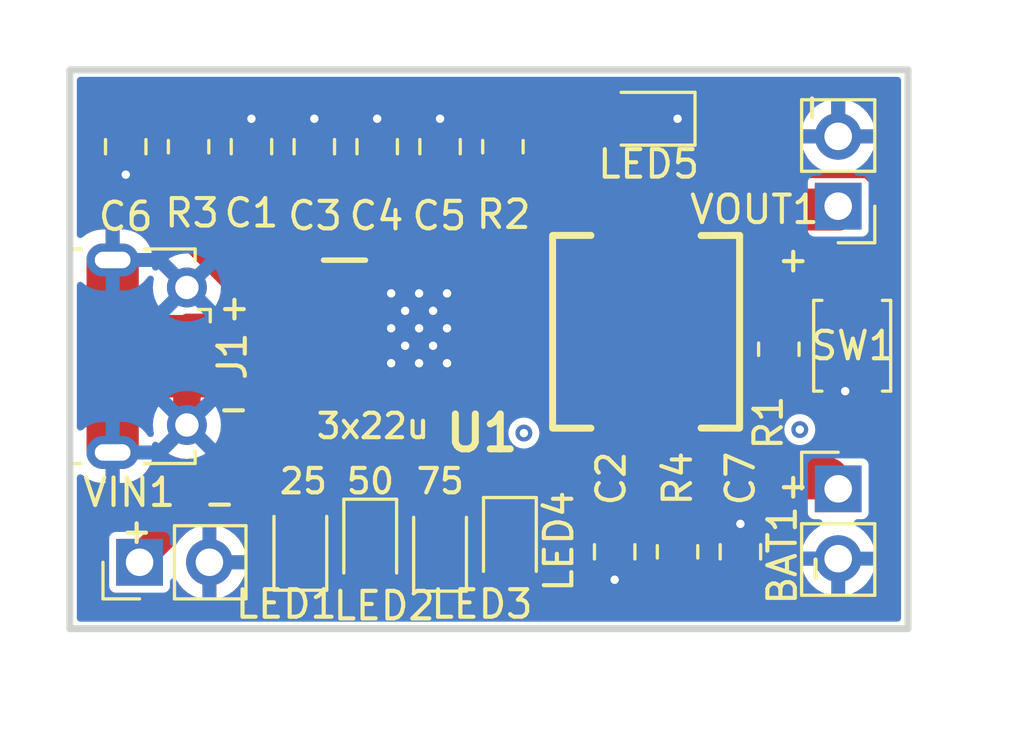
<source format=kicad_pcb>
(kicad_pcb (version 20211014) (generator pcbnew)
  (layers (0 "F.Cu" signal) (31 "B.Cu" signal) (34 "B.Paste" user) (35 "F.Paste" user) (36 "B.SilkS" user "B.Silkscreen") (37 "F.SilkS" user "F.Silkscreen") (38 "B.Mask" user) (39 "F.Mask" user) (44 "Edge.Cuts" user))
  (net 0 "")
  (net 1 "Bat")
  (net 2 "GND")
  (net 3 "VIN")
  (net 4 "VOUT")
  (net 5 "Net-(R3-Pad2)")
  (net 6 "Net-(R4-Pad2)")
  (net 7 "Net-(R1-Pad2)")
  (net 8 "Net-(L1-Pad1)")
  (net 9 "/L3")
  (net 10 "/L1")
  (net 11 "/L2")
  (net 12 "Net-(LED5-Pad2)")
  (net 13 "Net-(R2-Pad1)")
  (footprint "Resistor_SMD:R_0805_2012Metric" (layer "F.Cu") (at 20.701 18.669 90)
    (fp_text reference "R3" (at -2.413 0.127 180) (layer "F.SilkS"))
    (fp_text value "2R")
    (fp_line (start -0.227064 0.735) (end 0.227064 0.735) (layer "F.SilkS") (width 0.12))
    (fp_line (start -0.227064 -0.735) (end 0.227064 -0.735) (layer "F.SilkS") (width 0.12))
    (pad "1" smd roundrect locked (at -0.9125 0 90) (size 1.025 1.4) (layers "F.Cu" "F.Paste" "F.Mask") (roundrect_rratio 0.243902) (net 3 "VIN"))
    (pad "2" smd roundrect locked (at 0.9125 0 90) (size 1.025 1.4) (layers "F.Cu" "F.Paste" "F.Mask") (roundrect_rratio 0.243902) (net 5 "Net-(R3-Pad2)"))
  )
  (footprint "Capacitor_SMD:C_0805_2012Metric" (layer "F.Cu") (at 22.987 18.669 90)
    (fp_text reference "C1" (at -2.413 0 180) (layer "F.SilkS"))
    (fp_text value "10uF")
    (fp_line (start -0.261252 0.735) (end 0.261252 0.735) (layer "F.SilkS") (width 0.12))
    (fp_line (start -0.261252 -0.735) (end 0.261252 -0.735) (layer "F.SilkS") (width 0.12))
    (pad "1" smd roundrect locked (at -0.95 0 90) (size 1 1.45) (layers "F.Cu" "F.Paste" "F.Mask") (net 3 "VIN"))
    (pad "2" smd roundrect locked (at 0.95 0 90) (size 1 1.45) (layers "F.Cu" "F.Paste" "F.Mask") (net 2 "GND"))
  )
  (footprint "easyeda:IND-706628_IND_0630_VAN" (layer "F.Cu") (at 37.338 25.4 -90)
    (fp_text reference "L1" hide)
    (fp_text value "1uH")
    (fp_line (start 3.5 -3.4) (end -3.5 -3.4) (layer "F.SilkS") (width 0.254))
    (fp_line (start 3.505 -3.378) (end 3.5 -1.999) (layer "F.SilkS") (width 0.254))
    (fp_line (start -3.5 3.4) (end 3.5 3.4) (layer "F.SilkS") (width 0.254))
    (fp_line (start 3.505 3.378) (end 3.505 2.007) (layer "F.SilkS") (width 0.254))
    (fp_line (start -3.505 -3.404) (end -3.5 -1.999) (layer "F.SilkS") (width 0.254))
    (fp_line (start -3.505 3.378) (end -3.505 2.007) (layer "F.SilkS") (width 0.254))
    (pad "1" smd rect locked (at -3 0) (size 3.5 2.6) (layers "F.Cu" "F.Paste" "F.Mask") (net 8 "Net-(L1-Pad1)"))
    (pad "2" smd rect locked (at 3 0) (size 3.5 2.6) (layers "F.Cu" "F.Paste" "F.Mask") (net 1 "Bat"))
  )
  (footprint "Diode_SMD:D_0805_2012Metric" (layer "F.Cu") (at 32.385 33.113 -90)
    (fp_text reference "LED4" (at -0.093 -1.778 90) (layer "F.SilkS"))
    (fp_text value "LED")
    (fp_line (start 1 -0.96) (end -1.685 -0.96) (layer "F.SilkS") (width 0.12))
    (fp_line (start -1.685 -0.96) (end -1.685 0.96) (layer "F.SilkS") (width 0.12))
    (fp_line (start -1.685 0.96) (end 1 0.96) (layer "F.SilkS") (width 0.12))
    (pad "1" smd roundrect locked (at -0.9375 0 270) (size 0.975 1.4) (layers "F.Cu" "F.Paste" "F.Mask") (net 11 "/L2"))
    (pad "2" smd roundrect locked (at 0.9375 0 270) (size 0.975 1.4) (layers "F.Cu" "F.Paste" "F.Mask") (net 9 "/L3"))
  )
  (footprint "Connector_USB:USB_Micro-B_Molex-105017-0001" (layer "F.Cu") (at 19.177 26.289 -90)
    (fp_text reference "J1" (at 0 -3.1125 90) (layer "F.SilkS"))
    (fp_text value "USB_B_Micro")
    (fp_line (start 3.9 0.0875) (end 3.9 -1.7625) (layer "F.SilkS") (width 0.12))
    (fp_line (start 3.9 2.6375) (end 3.9 2.3875) (layer "F.SilkS") (width 0.12))
    (fp_line (start 3.9 -1.7625) (end 3.45 -1.7625) (layer "F.SilkS") (width 0.12))
    (fp_line (start -3.9 2.6375) (end -3.9 2.3875) (layer "F.SilkS") (width 0.12))
    (fp_line (start -1.7 -2.3125) (end -1.7 -1.8625) (layer "F.SilkS") (width 0.12))
    (fp_line (start -1.7 -2.3125) (end -1.25 -2.3125) (layer "F.SilkS") (width 0.12))
    (fp_line (start -3.9 0.0875) (end -3.9 -1.7625) (layer "F.SilkS") (width 0.12))
    (fp_line (start -3.9 -1.7625) (end -3.45 -1.7625) (layer "F.SilkS") (width 0.12))
    (pad "1" smd rect locked (at -1.3 -1.4625 270) (size 0.4 1.35) (layers "F.Cu" "F.Paste" "F.Mask") (net 3 "VIN"))
    (pad "2" smd rect locked (at -0.65 -1.4625 270) (size 0.4 1.35) (layers "F.Cu" "F.Paste" "F.Mask"))
    (pad "3" smd rect locked (at 0 -1.4625 270) (size 0.4 1.35) (layers "F.Cu" "F.Paste" "F.Mask"))
    (pad "4" smd rect locked (at 0.65 -1.4625 270) (size 0.4 1.35) (layers "F.Cu" "F.Paste" "F.Mask"))
    (pad "5" smd rect locked (at 1.3 -1.4625 270) (size 0.4 1.35) (layers "F.Cu" "F.Paste" "F.Mask") (net 2 "GND"))
    (pad "6" thru_hole circle locked (at 2.5 -1.4625 270) (size 1.45 1.45) (drill 0.85) (layers *.Cu *.Mask) (net 2 "GND"))
    (pad "6" thru_hole circle locked (at -2.5 -1.4625 270) (size 1.45 1.45) (drill 0.85) (layers *.Cu *.Mask) (net 2 "GND"))
    (pad "6" smd rect locked (at -2.9 1.2375 270) (size 1.2 1.9) (layers "F.Cu" "F.Mask") (net 2 "GND"))
    (pad "6" smd rect locked (at 1 1.2375 270) (size 1.5 1.9) (layers "F.Cu" "F.Paste" "F.Mask") (net 2 "GND"))
    (pad "6" smd rect locked (at -1 1.2375 270) (size 1.5 1.9) (layers "F.Cu" "F.Paste" "F.Mask") (net 2 "GND"))
    (pad "6" smd rect locked (at 2.9 1.2375 270) (size 1.2 1.9) (layers "F.Cu" "F.Mask") (net 2 "GND"))
    (pad "6" thru_hole oval locked (at 3.5 1.2375 270) (size 1.2 1.9) (drill oval 0.6 1.3) (layers *.Cu *.Mask) (net 2 "GND"))
    (pad "6" thru_hole oval locked (at -3.5 1.2375 90) (size 1.2 1.9) (drill oval 0.6 1.3) (layers *.Cu *.Mask) (net 2 "GND"))
  )
  (footprint "Diode_SMD:D_0805_2012Metric" (layer "F.Cu") (at 24.765 33.113 90)
    (fp_text reference "LED1" (at -2.193 -0.508 180) (layer "F.SilkS"))
    (fp_text value "LED")
    (fp_line (start -1.685 0.96) (end 1 0.96) (layer "F.SilkS") (width 0.12))
    (fp_line (start -1.685 -0.96) (end -1.685 0.96) (layer "F.SilkS") (width 0.12))
    (fp_line (start 1 -0.96) (end -1.685 -0.96) (layer "F.SilkS") (width 0.12))
    (pad "1" smd roundrect locked (at -0.9375 0 90) (size 0.975 1.4) (layers "F.Cu" "F.Paste" "F.Mask") (net 9 "/L3"))
    (pad "2" smd roundrect locked (at 0.9375 0 90) (size 0.975 1.4) (layers "F.Cu" "F.Paste" "F.Mask") (net 10 "/L1"))
  )
  (footprint "Resistor_SMD:R_0805_2012Metric" (layer "F.Cu") (at 38.481 33.401 -90)
    (fp_text reference "R4" (at -2.667 0 -90) (layer "F.SilkS"))
    (fp_text value "2R")
    (fp_line (start -0.227064 -0.735) (end 0.227064 -0.735) (layer "F.SilkS") (width 0.12))
    (fp_line (start -0.227064 0.735) (end 0.227064 0.735) (layer "F.SilkS") (width 0.12))
    (pad "1" smd roundrect locked (at -0.9125 0 270) (size 1.025 1.4) (layers "F.Cu" "F.Paste" "F.Mask") (roundrect_rratio 0.243902) (net 1 "Bat"))
    (pad "2" smd roundrect locked (at 0.9125 0 270) (size 1.025 1.4) (layers "F.Cu" "F.Paste" "F.Mask") (roundrect_rratio 0.243902) (net 6 "Net-(R4-Pad2)"))
  )
  (footprint "Diode_SMD:D_0805_2012Metric" (layer "F.Cu") (at 27.305 33.1724 -90)
    (fp_text reference "LED2" (at 2.193 -0.508) (layer "F.SilkS"))
    (fp_text value "LED")
    (fp_line (start -1.685 0.96) (end 1 0.96) (layer "F.SilkS") (width 0.12))
    (fp_line (start 1 -0.96) (end -1.685 -0.96) (layer "F.SilkS") (width 0.12))
    (fp_line (start -1.685 -0.96) (end -1.685 0.96) (layer "F.SilkS") (width 0.12))
    (pad "1" smd roundrect locked (at -0.9375 0 270) (size 0.975 1.4) (layers "F.Cu" "F.Paste" "F.Mask") (net 10 "/L1"))
    (pad "2" smd roundrect locked (at 0.9375 0 270) (size 0.975 1.4) (layers "F.Cu" "F.Paste" "F.Mask") (net 9 "/L3"))
  )
  (footprint "Resistor_SMD:R_0805_2012Metric" (layer "F.Cu") (at 32.131 18.669 90)
    (fp_text reference "R2" (at -2.4638 0.0254) (layer "F.SilkS"))
    (fp_text value "20R")
    (fp_line (start -0.227064 -0.735) (end 0.227064 -0.735) (layer "F.SilkS") (width 0.12))
    (fp_line (start -0.227064 0.735) (end 0.227064 0.735) (layer "F.SilkS") (width 0.12))
    (pad "1" smd roundrect locked (at -0.9125 0 90) (size 1.025 1.4) (layers "F.Cu" "F.Paste" "F.Mask") (roundrect_rratio 0.243902) (net 13 "Net-(R2-Pad1)"))
    (pad "2" smd roundrect locked (at 0.9125 0 90) (size 1.025 1.4) (layers "F.Cu" "F.Paste" "F.Mask") (roundrect_rratio 0.243902) (net 12 "Net-(LED5-Pad2)"))
  )
  (footprint "Capacitor_SMD:C_0805_2012Metric" (layer "F.Cu") (at 25.273 18.669 90)
    (fp_text reference "C3" (at -2.5146 0.0254 180) (layer "F.SilkS"))
    (fp_text value "22uF")
    (fp_line (start -0.261252 0.735) (end 0.261252 0.735) (layer "F.SilkS") (width 0.12))
    (fp_line (start -0.261252 -0.735) (end 0.261252 -0.735) (layer "F.SilkS") (width 0.12))
    (pad "1" smd roundrect locked (at -0.95 0 90) (size 1 1.45) (layers "F.Cu" "F.Paste" "F.Mask") (net 4 "VOUT"))
    (pad "2" smd roundrect locked (at 0.95 0 90) (size 1 1.45) (layers "F.Cu" "F.Paste" "F.Mask") (net 2 "GND"))
  )
  (footprint "Capacitor_SMD:C_0805_2012Metric" (layer "F.Cu") (at 18.415 18.669 -90)
    (fp_text reference "C6" (at 2.54 0) (layer "F.SilkS"))
    (fp_text value "10uF")
    (fp_line (start -0.261252 0.735) (end 0.261252 0.735) (layer "F.SilkS") (width 0.12))
    (fp_line (start -0.261252 -0.735) (end 0.261252 -0.735) (layer "F.SilkS") (width 0.12))
    (pad "1" smd roundrect locked (at -0.95 0 270) (size 1 1.45) (layers "F.Cu" "F.Paste" "F.Mask") (net 5 "Net-(R3-Pad2)"))
    (pad "2" smd roundrect locked (at 0.95 0 270) (size 1 1.45) (layers "F.Cu" "F.Paste" "F.Mask") (net 2 "GND"))
  )
  (footprint "Connector_PinHeader_2.54mm:PinHeader_1x02_P2.54mm_Vertical" (layer "F.Cu") (at 18.918 33.782 90)
    (fp_text reference "VIN1" (at 2.54 -0.376) (layer "F.SilkS"))
    (fp_text value "Conn_01x02_Male")
    (fp_line (start 1.33 1.27) (end 1.33 3.87) (layer "F.SilkS") (width 0.12))
    (fp_line (start -1.33 3.87) (end 1.33 3.87) (layer "F.SilkS") (width 0.12))
    (fp_line (start -1.33 1.27) (end -1.33 3.87) (layer "F.SilkS") (width 0.12))
    (fp_line (start -1.33 0) (end -1.33 -1.33) (layer "F.SilkS") (width 0.12))
    (fp_line (start -1.33 1.27) (end 1.33 1.27) (layer "F.SilkS") (width 0.12))
    (fp_line (start -1.33 -1.33) (end 0 -1.33) (layer "F.SilkS") (width 0.12))
    (pad "1" thru_hole rect locked (at 0 0 90) (size 1.7 1.7) (drill 1) (layers *.Cu *.Mask) (net 3 "VIN"))
    (pad "2" thru_hole oval locked (at 0 2.54 90) (size 1.7 1.7) (drill 1) (layers *.Cu *.Mask) (net 2 "GND"))
  )
  (footprint "Diode_SMD:D_0805_2012Metric" (layer "F.Cu") (at 37.431 17.653 180)
    (fp_text reference "LED5" (at 0 -1.65 180) (layer "F.SilkS"))
    (fp_text value "LED")
    (fp_line (start 1 -0.96) (end -1.685 -0.96) (layer "F.SilkS") (width 0.12))
    (fp_line (start -1.685 -0.96) (end -1.685 0.96) (layer "F.SilkS") (width 0.12))
    (fp_line (start -1.685 0.96) (end 1 0.96) (layer "F.SilkS") (width 0.12))
    (pad "1" smd roundrect locked (at -0.9375 0 180) (size 0.975 1.4) (layers "F.Cu" "F.Paste" "F.Mask") (net 2 "GND"))
    (pad "2" smd roundrect locked (at 0.9375 0 180) (size 0.975 1.4) (layers "F.Cu" "F.Paste" "F.Mask") (net 12 "Net-(LED5-Pad2)"))
  )
  (footprint "Button_Switch_SMD:SW_SPST_B3U-1000P" (layer "F.Cu") (at 44.831 25.908 -90)
    (fp_text reference "SW1" (at 0 -0.0254 180) (layer "F.SilkS"))
    (fp_text value "SW_SPST")
    (fp_line (start -1.65 -1.4) (end 1.65 -1.4) (layer "F.SilkS") (width 0.12))
    (fp_line (start 1.65 1.4) (end 1.65 1.1) (layer "F.SilkS") (width 0.12))
    (fp_line (start -1.65 -1.1) (end -1.65 -1.4) (layer "F.SilkS") (width 0.12))
    (fp_line (start -1.65 1.1) (end -1.65 1.4) (layer "F.SilkS") (width 0.12))
    (fp_line (start 1.65 -1.4) (end 1.65 -1.1) (layer "F.SilkS") (width 0.12))
    (fp_line (start -1.65 1.4) (end 1.65 1.4) (layer "F.SilkS") (width 0.12))
    (pad "1" smd rect locked (at -1.7 0 270) (size 0.9 1.7) (layers "F.Cu" "F.Paste" "F.Mask") (net 7 "Net-(R1-Pad2)"))
    (pad "2" smd rect locked (at 1.7 0 270) (size 0.9 1.7) (layers "F.Cu" "F.Paste" "F.Mask") (net 2 "GND"))
  )
  (footprint "Resistor_SMD:R_0805_2012Metric" (layer "F.Cu") (at 42.164 26.035 90)
    (fp_text reference "R1" (at -2.667 -0.381 90) (layer "F.SilkS"))
    (fp_text value "10k")
    (fp_line (start -0.227064 -0.735) (end 0.227064 -0.735) (layer "F.SilkS") (width 0.12))
    (fp_line (start -0.227064 0.735) (end 0.227064 0.735) (layer "F.SilkS") (width 0.12))
    (pad "1" smd roundrect locked (at -0.9125 0 90) (size 1.025 1.4) (layers "F.Cu" "F.Paste" "F.Mask") (roundrect_rratio 0.243902) (net 13 "Net-(R2-Pad1)"))
    (pad "2" smd roundrect locked (at 0.9125 0 90) (size 1.025 1.4) (layers "F.Cu" "F.Paste" "F.Mask") (roundrect_rratio 0.243902) (net 7 "Net-(R1-Pad2)"))
  )
  (footprint "Connector_PinHeader_2.54mm:PinHeader_1x02_P2.54mm_Vertical" (layer "F.Cu") (at 44.323 20.833 180)
    (fp_text reference "VOUT1" (at 3.048 -0.122 180) (layer "F.SilkS"))
    (fp_text value "Conn_01x02_Male")
    (fp_line (start -1.33 0) (end -1.33 -1.33) (layer "F.SilkS") (width 0.12))
    (fp_line (start -1.33 1.27) (end -1.33 3.87) (layer "F.SilkS") (width 0.12))
    (fp_line (start -1.33 -1.33) (end 0 -1.33) (layer "F.SilkS") (width 0.12))
    (fp_line (start -1.33 1.27) (end 1.33 1.27) (layer "F.SilkS") (width 0.12))
    (fp_line (start -1.33 3.87) (end 1.33 3.87) (layer "F.SilkS") (width 0.12))
    (fp_line (start 1.33 1.27) (end 1.33 3.87) (layer "F.SilkS") (width 0.12))
    (pad "1" thru_hole rect locked (at 0 0 180) (size 1.7 1.7) (drill 1) (layers *.Cu *.Mask) (net 4 "VOUT"))
    (pad "2" thru_hole oval locked (at 0 2.54 180) (size 1.7 1.7) (drill 1) (layers *.Cu *.Mask) (net 2 "GND"))
  )
  (footprint "Capacitor_SMD:C_0805_2012Metric" (layer "F.Cu") (at 27.559 18.669 90)
    (fp_text reference "C4" (at -2.5146 -0.0254 180) (layer "F.SilkS"))
    (fp_text value "22uF")
    (fp_line (start -0.261252 0.735) (end 0.261252 0.735) (layer "F.SilkS") (width 0.12))
    (fp_line (start -0.261252 -0.735) (end 0.261252 -0.735) (layer "F.SilkS") (width 0.12))
    (pad "1" smd roundrect locked (at -0.95 0 90) (size 1 1.45) (layers "F.Cu" "F.Paste" "F.Mask") (net 4 "VOUT"))
    (pad "2" smd roundrect locked (at 0.95 0 90) (size 1 1.45) (layers "F.Cu" "F.Paste" "F.Mask") (net 2 "GND"))
  )
  (footprint "Capacitor_SMD:C_0805_2012Metric" (layer "F.Cu") (at 40.767 33.401 90)
    (fp_text reference "C7" (at 2.667 0 90) (layer "F.SilkS"))
    (fp_text value "10uF")
    (fp_line (start -0.261252 -0.735) (end 0.261252 -0.735) (layer "F.SilkS") (width 0.12))
    (fp_line (start -0.261252 0.735) (end 0.261252 0.735) (layer "F.SilkS") (width 0.12))
    (pad "1" smd roundrect locked (at -0.95 0 90) (size 1 1.45) (layers "F.Cu" "F.Paste" "F.Mask") (net 6 "Net-(R4-Pad2)"))
    (pad "2" smd roundrect locked (at 0.95 0 90) (size 1 1.45) (layers "F.Cu" "F.Paste" "F.Mask") (net 2 "GND"))
  )
  (footprint "Capacitor_SMD:C_0805_2012Metric" (layer "F.Cu") (at 29.845 18.669 90)
    (fp_text reference "C5" (at -2.5146 -0.0254 180) (layer "F.SilkS"))
    (fp_text value "22uF")
    (fp_line (start -0.261252 0.735) (end 0.261252 0.735) (layer "F.SilkS") (width 0.12))
    (fp_line (start -0.261252 -0.735) (end 0.261252 -0.735) (layer "F.SilkS") (width 0.12))
    (pad "1" smd roundrect locked (at -0.95 0 90) (size 1 1.45) (layers "F.Cu" "F.Paste" "F.Mask") (net 4 "VOUT"))
    (pad "2" smd roundrect locked (at 0.95 0 90) (size 1 1.45) (layers "F.Cu" "F.Paste" "F.Mask") (net 2 "GND"))
  )
  (footprint "Connector_PinHeader_2.54mm:PinHeader_1x02_P2.54mm_Vertical" (layer "F.Cu") (at 44.323 31.11)
    (fp_text reference "BAT1" (at -2.032 2.418 90) (layer "F.SilkS"))
    (fp_text value "Conn_01x02_Male")
    (fp_line (start 1.33 1.27) (end 1.33 3.87) (layer "F.SilkS") (width 0.12))
    (fp_line (start -1.33 3.87) (end 1.33 3.87) (layer "F.SilkS") (width 0.12))
    (fp_line (start -1.33 0) (end -1.33 -1.33) (layer "F.SilkS") (width 0.12))
    (fp_line (start -1.33 1.27) (end -1.33 3.87) (layer "F.SilkS") (width 0.12))
    (fp_line (start -1.33 -1.33) (end 0 -1.33) (layer "F.SilkS") (width 0.12))
    (fp_line (start -1.33 1.27) (end 1.33 1.27) (layer "F.SilkS") (width 0.12))
    (pad "1" thru_hole rect locked (at 0 0) (size 1.7 1.7) (drill 1) (layers *.Cu *.Mask) (net 1 "Bat"))
    (pad "2" thru_hole oval locked (at 0 2.54) (size 1.7 1.7) (drill 1) (layers *.Cu *.Mask) (net 2 "GND"))
  )
  (footprint "Capacitor_SMD:C_0805_2012Metric" (layer "F.Cu") (at 36.195 33.401 -90)
    (fp_text reference "C2" (at -2.667 0.127 -90) (layer "F.SilkS"))
    (fp_text value "10uF")
    (fp_line (start -0.261252 -0.735) (end 0.261252 -0.735) (layer "F.SilkS") (width 0.12))
    (fp_line (start -0.261252 0.735) (end 0.261252 0.735) (layer "F.SilkS") (width 0.12))
    (pad "1" smd roundrect locked (at -0.95 0 270) (size 1 1.45) (layers "F.Cu" "F.Paste" "F.Mask") (net 1 "Bat"))
    (pad "2" smd roundrect locked (at 0.95 0 270) (size 1 1.45) (layers "F.Cu" "F.Paste" "F.Mask") (net 2 "GND"))
  )
  (footprint "SamacSys_Parts:SOIC127P600X165-9N" (layer "F.Cu") (at 29.083 25.4)
    (fp_text reference "U1" (at 2.286 3.683) (layer "F.SilkS") (effects (font (size 1.27 1.27) (thickness 0.254))))
    (fp_text value "IP5306" hide)
    (fp_line (start -3.475 -2.605) (end -1.95 -2.605) (layer "F.SilkS") (width 0.2))
    (pad "1" smd rect locked (at -2.712 -1.905 90) (size 0.7 1.525) (layers "F.Cu" "F.Paste" "F.Mask") (net 3 "VIN"))
    (pad "2" smd rect locked (at -2.712 -0.635 90) (size 0.7 1.525) (layers "F.Cu" "F.Paste" "F.Mask") (net 10 "/L1"))
    (pad "3" smd rect locked (at -2.712 0.635 90) (size 0.7 1.525) (layers "F.Cu" "F.Paste" "F.Mask") (net 11 "/L2"))
    (pad "4" smd rect locked (at -2.712 1.905 90) (size 0.7 1.525) (layers "F.Cu" "F.Paste" "F.Mask") (net 9 "/L3"))
    (pad "5" smd rect locked (at 2.712 1.905 90) (size 0.7 1.525) (layers "F.Cu" "F.Paste" "F.Mask") (net 13 "Net-(R2-Pad1)"))
    (pad "6" smd rect locked (at 2.712 0.635 90) (size 0.7 1.525) (layers "F.Cu" "F.Paste" "F.Mask") (net 1 "Bat"))
    (pad "7" smd rect locked (at 2.712 -0.635 90) (size 0.7 1.525) (layers "F.Cu" "F.Paste" "F.Mask") (net 8 "Net-(L1-Pad1)"))
    (pad "8" smd rect locked (at 2.712 -1.905 90) (size 0.7 1.525) (layers "F.Cu" "F.Paste" "F.Mask") (net 4 "VOUT"))
    (pad "9" smd rect locked (at 0 0) (size 2.21 3.1) (layers "F.Cu" "F.Paste" "F.Mask") (net 2 "GND"))
  )
  (footprint "Diode_SMD:D_0805_2012Metric" (layer "F.Cu") (at 29.845 33.147 90)
    (fp_text reference "LED3" (at -2.159 1.524 180) (layer "F.SilkS"))
    (fp_text value "LED")
    (fp_line (start 1 -0.96) (end -1.685 -0.96) (layer "F.SilkS") (width 0.12))
    (fp_line (start -1.685 -0.96) (end -1.685 0.96) (layer "F.SilkS") (width 0.12))
    (fp_line (start -1.685 0.96) (end 1 0.96) (layer "F.SilkS") (width 0.12))
    (pad "1" smd roundrect locked (at -0.9375 0 90) (size 0.975 1.4) (layers "F.Cu" "F.Paste" "F.Mask") (net 9 "/L3"))
    (pad "2" smd roundrect locked (at 0.9375 0 90) (size 0.975 1.4) (layers "F.Cu" "F.Paste" "F.Mask") (net 11 "/L2"))
  )
  (gr_poly (pts (xy 39.243 21.209) (xy 39.243 24.003) (xy 37.973 25.273) (xy 32.639 25.273) (xy 32.639 24.257) (xy 35.56 21.209)) (layer "F.Cu") (width 0) (fill solid))
  (gr_poly (pts (xy 35.687 33.147) (xy 39.243 33.147) (xy 39.243 26.797) (xy 37.973 25.527) (xy 33.909 25.527) (xy 35.179 27.559) (xy 35.179 33.147)) (layer "F.Cu") (width 0) (fill solid))
  (gr_line (start 46.863 36.195) (end 16.383 36.195) (layer "Edge.Cuts") (width 0.254))
  (gr_line (start 16.383 36.195) (end 16.383 15.875) (layer "Edge.Cuts") (width 0.254))
  (gr_line (start 46.863 15.875) (end 46.863 36.195) (layer "Edge.Cuts") (width 0.254))
  (gr_line (start 16.383 15.875) (end 46.863 15.875) (layer "Edge.Cuts") (width 0.254))
  (gr_text "3x22u" (at 25.273 28.829) (layer "F.SilkS") (effects (font (size 0.889 0.889) (thickness 0.152)) (justify left)))
  (gr_text "+" (at 42.037 22.766) (layer "F.SilkS") (effects (font (size 0.889 0.889) (thickness 0.152)) (justify left)))
  (gr_text "75" (at 28.9052 30.8356) (layer "F.SilkS") (effects (font (size 0.889 0.889) (thickness 0.152)) (justify left)))
  (gr_text "+" (at 42.037 30.988) (layer "F.SilkS") (effects (font (size 0.889 0.889) (thickness 0.152)) (justify left)))
  (gr_text "-" (at 43.434 34.671 90) (layer "F.SilkS") (effects (font (size 0.889 0.889) (thickness 0.152)) (justify left)))
  (gr_text "+" (at 18.161 32.639) (layer "F.SilkS") (effects (font (size 0.889 0.889) (thickness 0.152)) (justify left)))
  (gr_text "25" (at 23.9268 30.8356) (layer "F.SilkS") (effects (font (size 0.889 0.889) (thickness 0.152)) (justify left)))
  (gr_text "50" (at 26.3652 30.8356) (layer "F.SilkS") (effects (font (size 0.889 0.889) (thickness 0.152)) (justify left)))
  (gr_text "-" (at 22.987 28.321 180) (layer "F.SilkS") (effects (font (size 0.889 0.889) (thickness 0.152)) (justify left)))
  (gr_text "+" (at 21.717 24.511) (layer "F.SilkS") (effects (font (size 0.889 0.889) (thickness 0.152)) (justify left)))
  (gr_text "-" (at 43.307 17.907 90) (layer "F.SilkS") (effects (font (size 0.889 0.889) (thickness 0.152)) (justify left)))
  (gr_text "-" (at 22.479 31.75 180) (layer "F.SilkS") (effects (font (size 0.889 0.889) (thickness 0.152)) (justify left)))
  (via (at 42.926 28.956) (size 0.61) (drill 0.305) (layers "F.Cu" "B.Cu") (net 0))
  (via (at 32.893 29.083) (size 0.61) (drill 0.305) (layers "F.Cu" "B.Cu") (net 0))
  (segment (start 38.227 30.734) (end 37.338 29.845) (width 1.524) (layer "F.Cu") (net 1))
  (segment (start 37.338 29.845) (end 37.338 28.4) (width 1.524) (layer "F.Cu") (net 1))
  (segment (start 38.227 30.734) (end 38.227 32.131) (width 1.524) (layer "F.Cu") (net 1))
  (segment (start 38.481 32.385) (end 36.195 32.385) (width 1.524) (layer "F.Cu") (net 1))
  (segment (start 34.163 26.035) (end 35.687 27.559) (width 1.016) (layer "F.Cu") (net 1))
  (segment (start 43.942 30.734) (end 38.227 30.734) (width 1.524) (layer "F.Cu") (net 1))
  (segment (start 32.083 26.035) (end 34.163 26.035) (width 1.016) (layer "F.Cu") (net 1))
  (segment (start 44.323 31.115) (end 43.942 30.734) (width 1.524) (layer "F.Cu") (net 1))
  (segment (start 38.227 32.131) (end 38.481 32.385) (width 1.524) (layer "F.Cu") (net 1))
  (segment (start 20.6395 28.789) (end 20.6395 27.838511) (width 1) (layer "F.Cu") (net 2))
  (via (at 28.067 26.543) (size 0.61) (drill 0.305) (layers "F.Cu" "B.Cu") (net 2))
  (via (at 28.575 25.908) (size 0.61) (drill 0.305) (layers "F.Cu" "B.Cu") (net 2))
  (via (at 38.481 17.653) (size 0.61) (drill 0.305) (layers "F.Cu" "B.Cu") (net 2))
  (via (at 29.845 17.653) (size 0.61) (drill 0.305) (layers "F.Cu" "B.Cu") (net 2))
  (via (at 40.767 32.385) (size 0.61) (drill 0.305) (layers "F.Cu" "B.Cu") (net 2))
  (via (at 28.575 24.638) (size 0.61) (drill 0.305) (layers "F.Cu" "B.Cu") (net 2))
  (via (at 44.577 27.559) (size 0.61) (drill 0.305) (layers "F.Cu" "B.Cu") (net 2))
  (via (at 29.591 24.638) (size 0.61) (drill 0.305) (layers "F.Cu" "B.Cu") (net 2))
  (via (at 28.067 25.273) (size 0.61) (drill 0.305) (layers "F.Cu" "B.Cu") (net 2))
  (via (at 29.591 25.908) (size 0.61) (drill 0.305) (layers "F.Cu" "B.Cu") (net 2))
  (via (at 28.067 24.003) (size 0.61) (drill 0.305) (layers "F.Cu" "B.Cu") (net 2))
  (via (at 36.195 34.417) (size 0.61) (drill 0.305) (layers "F.Cu" "B.Cu") (net 2))
  (via (at 27.559 17.653) (size 0.61) (drill 0.305) (layers "F.Cu" "B.Cu") (net 2))
  (via (at 29.083 26.543) (size 0.61) (drill 0.305) (layers "F.Cu" "B.Cu") (net 2))
  (via (at 29.083 24.003) (size 0.61) (drill 0.305) (layers "F.Cu" "B.Cu") (net 2))
  (via (at 18.415 19.685) (size 0.61) (drill 0.305) (layers "F.Cu" "B.Cu") (net 2))
  (via (at 29.083 25.273) (size 0.61) (drill 0.305) (layers "F.Cu" "B.Cu") (net 2))
  (via (at 30.099 26.543) (size 0.61) (drill 0.305) (layers "F.Cu" "B.Cu") (net 2))
  (via (at 22.987 17.653) (size 0.61) (drill 0.305) (layers "F.Cu" "B.Cu") (net 2))
  (via (at 30.099 25.273) (size 0.61) (drill 0.305) (layers "F.Cu" "B.Cu") (net 2))
  (via (at 25.273 17.653) (size 0.61) (drill 0.305) (layers "F.Cu" "B.Cu") (net 2))
  (via (at 30.099 24.003) (size 0.61) (drill 0.305) (layers "F.Cu" "B.Cu") (net 2))
  (segment (start 20.701 21.78856) (end 22.733 23.82056) (width 1.067) (layer "F.Cu") (net 3))
  (segment (start 24.257 23.495) (end 22.987 22.225) (width 1.219) (layer "F.Cu") (net 3))
  (segment (start 26.083 23.495) (end 24.257 23.495) (width 1.219) (layer "F.Cu") (net 3))
  (segment (start 20.701 19.685) (end 20.701 21.78856) (width 1.067) (layer "F.Cu") (net 3))
  (segment (start 20.6395 24.989) (end 22.509 24.989) (width 0.5) (layer "F.Cu") (net 3))
  (segment (start 22.733 19.685) (end 20.701 19.685) (width 1.067) (layer "F.Cu") (net 3))
  (segment (start 22.987 22.225) (end 22.987 19.685) (width 1.219) (layer "F.Cu") (net 3))
  (segment (start 22.733 24.765) (end 22.733 29.845) (width 1.067) (layer "F.Cu") (net 3))
  (segment (start 22.733 29.845) (end 18.923 33.655) (width 1.067) (layer "F.Cu") (net 3))
  (segment (start 22.509 24.989) (end 22.733 24.765) (width 0.5) (layer "F.Cu") (net 3))
  (segment (start 22.733 23.82056) (end 22.733 24.765) (width 1.067) (layer "F.Cu") (net 3))
  (segment (start 39.751 19.939) (end 35.052 19.939) (width 1.524) (layer "F.Cu") (net 4))
  (segment (start 29.845 19.685) (end 27.559 19.685) (width 1.067) (layer "F.Cu") (net 4))
  (segment (start 29.845 20.447) (end 29.845 20.32) (width 1.524) (layer "F.Cu") (net 4))
  (segment (start 27.559 19.685) (end 25.273 19.685) (width 1.067) (layer "F.Cu") (net 4))
  (segment (start 30.861 21.463) (end 29.845 20.447) (width 1.524) (layer "F.Cu") (net 4))
  (segment (start 40.767 20.955) (end 39.751 19.939) (width 1.524) (layer "F.Cu") (net 4))
  (segment (start 44.323 20.955) (end 40.767 20.955) (width 1.524) (layer "F.Cu") (net 4))
  (segment (start 32.131 23.241) (end 32.134 21.463) (width 1.524) (layer "F.Cu") (net 4))
  (segment (start 35.052 19.939) (end 33.528 21.463) (width 1.524) (layer "F.Cu") (net 4))
  (segment (start 33.528 21.463) (end 30.861 21.463) (width 1.524) (layer "F.Cu") (net 4))
  (segment (start 20.701 17.653) (end 18.415 17.653) (width 0.61) (layer "F.Cu") (net 5))
  (segment (start 38.481 34.417) (end 40.767 34.417) (width 0.61) (layer "F.Cu") (net 6))
  (segment (start 42.164 25.019) (end 42.545 24.638) (width 0.254) (layer "F.Cu") (net 7))
  (segment (start 44.133 24.638) (end 44.425 24.346) (width 0.254) (layer "F.Cu") (net 7))
  (segment (start 42.545 24.638) (end 44.133 24.638) (width 0.254) (layer "F.Cu") (net 7))
  (segment (start 37.338 22.4) (end 37.338 24.638) (width 0.25) (layer "F.Cu") (net 8))
  (segment (start 32.083 24.765) (end 37.211 24.765) (width 1.016) (layer "F.Cu") (net 8))
  (segment (start 37.338 24.638) (end 37.211 24.765) (width 0.25) (layer "F.Cu") (net 8))
  (segment (start 27.305 34.163) (end 29.812 34.163) (width 0.254) (layer "F.Cu") (net 9))
  (segment (start 27.051 27.305) (end 26.083 27.305) (width 0.254) (layer "F.Cu") (net 9))
  (segment (start 27.813 28.067) (end 27.051 27.305) (width 0.254) (layer "F.Cu") (net 9))
  (segment (start 24.765 34.163) (end 27.305 34.163) (width 0.254) (layer "F.Cu") (net 9))
  (segment (start 29.878 34.163) (end 32.385 34.163) (width 0.254) (layer "F.Cu") (net 9))
  (segment (start 33.909 32.639) (end 33.909 28.829) (width 0.254) (layer "F.Cu") (net 9))
  (segment (start 33.909 28.829) (end 33.147 28.067) (width 0.254) (layer "F.Cu") (net 9))
  (segment (start 32.385 34.163) (end 33.909 32.639) (width 0.254) (layer "F.Cu") (net 9))
  (segment (start 33.147 28.067) (end 27.813 28.067) (width 0.254) (layer "F.Cu") (net 9))
  (segment (start 27.305 32.062) (end 27.305 32.062) (width 0.254) (layer "F.Cu") (net 10))
  (segment (start 26.083 24.765) (end 24.765 24.765) (width 0.254) (layer "F.Cu") (net 10))
  (segment (start 24.765 24.765) (end 24.257 25.273) (width 0.254) (layer "F.Cu") (net 10))
  (segment (start 24.765 32.062) (end 27.305 32.062) (width 0.254) (layer "F.Cu") (net 10))
  (segment (start 24.257 25.273) (end 24.257 31.554) (width 0.254) (layer "F.Cu") (net 10))
  (segment (start 24.257 31.554) (end 24.765 32.062) (width 0.254) (layer "F.Cu") (net 10))
  (segment (start 29.845 31.115) (end 29.845 32.095) (width 0.254) (layer "F.Cu") (net 11))
  (segment (start 25.273 26.035) (end 24.765 26.543) (width 0.254) (layer "F.Cu") (net 11))
  (segment (start 29.845 32.097) (end 32.351 32.097) (width 0.254) (layer "F.Cu") (net 11))
  (segment (start 24.765 30.099) (end 25.273 30.607) (width 0.254) (layer "F.Cu") (net 11))
  (segment (start 32.351 32.097) (end 32.385 32.062) (width 0.254) (layer "F.Cu") (net 11))
  (segment (start 24.765 26.543) (end 24.765 30.099) (width 0.254) (layer "F.Cu") (net 11))
  (segment (start 25.273 30.607) (end 29.337 30.607) (width 0.254) (layer "F.Cu") (net 11))
  (segment (start 26.083 26.035) (end 25.273 26.035) (width 0.254) (layer "F.Cu") (net 11))
  (segment (start 29.337 30.607) (end 29.845 31.115) (width 0.254) (layer "F.Cu") (net 11))
  (segment (start 32.131 17.653) (end 36.38 17.653) (width 0.254) (layer "F.Cu") (net 12))
  (segment (start 45.593 29.845) (end 44.831 29.845) (width 0.254) (layer "F.Cu") (net 13))
  (segment (start 32.083 27.305) (end 33.655 27.305) (width 0.254) (layer "F.Cu") (net 13))
  (segment (start 41.021 22.479) (end 41.021 26.797) (width 0.254) (layer "F.Cu") (net 13))
  (segment (start 46.355 30.607) (end 45.593 29.845) (width 0.254) (layer "F.Cu") (net 13))
  (segment (start 45.593 35.687) (end 46.355 34.925) (width 0.254) (layer "F.Cu") (net 13))
  (segment (start 41.275 22.225) (end 41.021 22.479) (width 0.254) (layer "F.Cu") (net 13))
  (segment (start 34.671 28.321) (end 34.671 34.925) (width 0.254) (layer "F.Cu") (net 13))
  (segment (start 32.131 19.685) (end 33.528 19.685) (width 0.254) (layer "F.Cu") (net 13))
  (segment (start 41.275 19.685) (end 45.339 19.685) (width 0.254) (layer "F.Cu") (net 13))
  (segment (start 46.355 34.925) (end 46.355 30.607) (width 0.254) (layer "F.Cu") (net 13))
  (segment (start 41.021 26.797) (end 41.275 27.051) (width 0.254) (layer "F.Cu") (net 13))
  (segment (start 45.593 19.939) (end 45.593 21.971) (width 0.254) (layer "F.Cu") (net 13))
  (segment (start 34.671 34.925) (end 35.433 35.687) (width 0.254) (layer "F.Cu") (net 13))
  (segment (start 35.433 35.687) (end 45.593 35.687) (width 0.254) (layer "F.Cu") (net 13))
  (segment (start 44.831 29.845) (end 42.164 27.178) (width 0.254) (layer "F.Cu") (net 13))
  (segment (start 45.339 22.225) (end 41.275 22.225) (width 0.254) (layer "F.Cu") (net 13))
  (segment (start 41.275 27.051) (end 42.164 27.051) (width 0.254) (layer "F.Cu") (net 13))
  (segment (start 33.528 19.685) (end 34.544 18.669) (width 0.254) (layer "F.Cu") (net 13))
  (segment (start 34.544 18.669) (end 40.259 18.669) (width 0.254) (layer "F.Cu") (net 13))
  (segment (start 45.339 19.685) (end 45.593 19.939) (width 0.254) (layer "F.Cu") (net 13))
  (segment (start 40.259 18.669) (end 41.275 19.685) (width 0.254) (layer "F.Cu") (net 13))
  (segment (start 45.593 21.971) (end 45.339 22.225) (width 0.254) (layer "F.Cu") (net 13))
  (segment (start 33.655 27.305) (end 34.671 28.321) (width 0.254) (layer "F.Cu") (net 13))
  (segment (start 42.164 27.178) (end 42.164 27.051) (width 0.254) (layer "F.Cu") (net 13))
  (zone (net 2) (net_name "GND") (layer "F.Cu") (connect_pads (clearance 0.305)) (min_thickness 0.254) (fill yes (thermal_gap 0.508) (thermal_bridge_width 0.508))
    (polygon (pts (xy 13.843 13.335) (xy 49.403 13.335) (xy 49.403 38.735) (xy 13.843 38.735)))
  )
  (zone (net 2) (net_name "GND") (layer "B.Cu") (connect_pads (clearance 0.254)) (min_thickness 0.254) (fill yes (thermal_gap 0.508) (thermal_bridge_width 0.508))
    (polygon (pts (xy 15.113 14.605) (xy 48.133 14.605) (xy 48.133 37.465) (xy 15.113 37.465)))
  )
)
</source>
